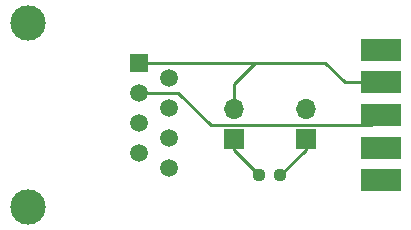
<source format=gbr>
%TF.GenerationSoftware,KiCad,Pcbnew,7.0.1*%
%TF.CreationDate,2023-10-03T11:55:04-04:00*%
%TF.ProjectId,CAN Adapter,43414e20-4164-4617-9074-65722e6b6963,rev?*%
%TF.SameCoordinates,Original*%
%TF.FileFunction,Copper,L1,Top*%
%TF.FilePolarity,Positive*%
%FSLAX46Y46*%
G04 Gerber Fmt 4.6, Leading zero omitted, Abs format (unit mm)*
G04 Created by KiCad (PCBNEW 7.0.1) date 2023-10-03 11:55:04*
%MOMM*%
%LPD*%
G01*
G04 APERTURE LIST*
G04 Aperture macros list*
%AMRoundRect*
0 Rectangle with rounded corners*
0 $1 Rounding radius*
0 $2 $3 $4 $5 $6 $7 $8 $9 X,Y pos of 4 corners*
0 Add a 4 corners polygon primitive as box body*
4,1,4,$2,$3,$4,$5,$6,$7,$8,$9,$2,$3,0*
0 Add four circle primitives for the rounded corners*
1,1,$1+$1,$2,$3*
1,1,$1+$1,$4,$5*
1,1,$1+$1,$6,$7*
1,1,$1+$1,$8,$9*
0 Add four rect primitives between the rounded corners*
20,1,$1+$1,$2,$3,$4,$5,0*
20,1,$1+$1,$4,$5,$6,$7,0*
20,1,$1+$1,$6,$7,$8,$9,0*
20,1,$1+$1,$8,$9,$2,$3,0*%
G04 Aperture macros list end*
%TA.AperFunction,ComponentPad*%
%ADD10R,1.700000X1.700000*%
%TD*%
%TA.AperFunction,ComponentPad*%
%ADD11O,1.700000X1.700000*%
%TD*%
%TA.AperFunction,SMDPad,CuDef*%
%ADD12R,3.480000X1.846667*%
%TD*%
%TA.AperFunction,SMDPad,CuDef*%
%ADD13RoundRect,0.237500X0.250000X0.237500X-0.250000X0.237500X-0.250000X-0.237500X0.250000X-0.237500X0*%
%TD*%
%TA.AperFunction,ComponentPad*%
%ADD14R,1.500000X1.500000*%
%TD*%
%TA.AperFunction,ComponentPad*%
%ADD15C,1.500000*%
%TD*%
%TA.AperFunction,ComponentPad*%
%ADD16C,3.000000*%
%TD*%
%TA.AperFunction,Conductor*%
%ADD17C,0.250000*%
%TD*%
G04 APERTURE END LIST*
D10*
%TO.P,JP1,1,A*%
%TO.N,Net-(JP1-A)*%
X145542000Y-91948000D03*
D11*
%TO.P,JP1,2,B*%
%TO.N,/CAN_L*%
X145542000Y-89408000D03*
%TD*%
D10*
%TO.P,JP2,1,A*%
%TO.N,Net-(JP2-A)*%
X151638000Y-91948000D03*
D11*
%TO.P,JP2,2,B*%
%TO.N,/CAN_H*%
X151638000Y-89408000D03*
%TD*%
D12*
%TO.P,J1,1,1*%
%TO.N,unconnected-(J1-Pad1)*%
X158037500Y-84376000D03*
%TO.P,J1,2,2*%
%TO.N,/CAN_L*%
X158037500Y-87146000D03*
%TO.P,J1,3,3*%
%TO.N,/CAN_GND*%
X158037500Y-89916000D03*
%TO.P,J1,4,4*%
%TO.N,unconnected-(J1-Pad4)*%
X158037500Y-92686000D03*
%TO.P,J1,5,5*%
%TO.N,unconnected-(J1-Pad5)*%
X158037500Y-95456000D03*
%TD*%
D13*
%TO.P,R1,1*%
%TO.N,Net-(JP2-A)*%
X149502500Y-94996000D03*
%TO.P,R1,2*%
%TO.N,Net-(JP1-A)*%
X147677500Y-94996000D03*
%TD*%
D14*
%TO.P,J2,1*%
%TO.N,/CAN_L*%
X137489000Y-85471000D03*
D15*
%TO.P,J2,2*%
%TO.N,/CAN_H*%
X140029000Y-86741000D03*
%TO.P,J2,3*%
%TO.N,/CAN_GND*%
X137489000Y-88011000D03*
%TO.P,J2,4*%
%TO.N,unconnected-(J2-Pad4)*%
X140029000Y-89281000D03*
%TO.P,J2,5*%
%TO.N,unconnected-(J2-Pad5)*%
X137489000Y-90551000D03*
%TO.P,J2,6*%
%TO.N,unconnected-(J2-Pad6)*%
X140029000Y-91821000D03*
%TO.P,J2,7*%
%TO.N,unconnected-(J2-Pad7)*%
X137489000Y-93091000D03*
%TO.P,J2,8*%
%TO.N,unconnected-(J2-Pad8)*%
X140029000Y-94361000D03*
D16*
%TO.P,J2,SH*%
%TO.N,unconnected-(J2-PadSH)*%
X128089000Y-82146000D03*
X128089000Y-97686000D03*
%TD*%
D17*
%TO.N,/CAN_L*%
X137489000Y-85471000D02*
X147320000Y-85471000D01*
X145542000Y-89408000D02*
X145542000Y-87249000D01*
X153289000Y-85471000D02*
X154964000Y-87146000D01*
X147320000Y-85471000D02*
X153289000Y-85471000D01*
X145542000Y-87249000D02*
X147320000Y-85471000D01*
X154964000Y-87146000D02*
X158037500Y-87146000D01*
%TO.N,/CAN_GND*%
X157180500Y-90773000D02*
X158037500Y-89916000D01*
X143605000Y-90773000D02*
X157180500Y-90773000D01*
X140843000Y-88011000D02*
X143605000Y-90773000D01*
X137489000Y-88011000D02*
X140843000Y-88011000D01*
%TO.N,Net-(JP1-A)*%
X145542000Y-91948000D02*
X145542000Y-92860500D01*
X145542000Y-92860500D02*
X147677500Y-94996000D01*
%TO.N,Net-(JP2-A)*%
X151638000Y-91948000D02*
X151638000Y-92860500D01*
X151638000Y-92860500D02*
X149502500Y-94996000D01*
%TD*%
M02*

</source>
